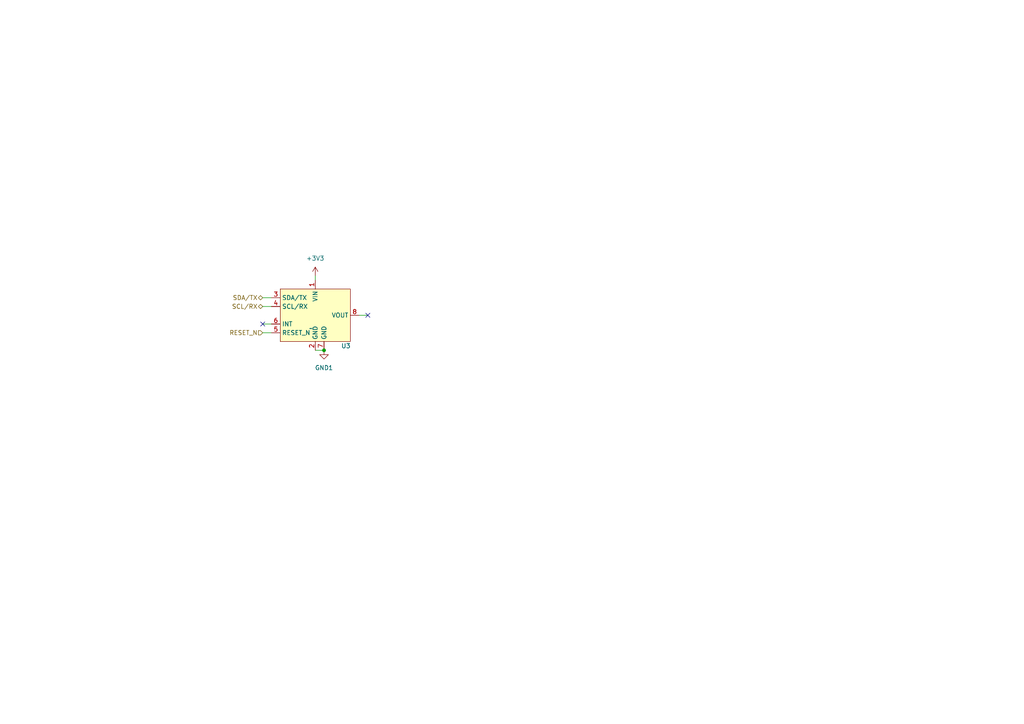
<source format=kicad_sch>
(kicad_sch (version 20230121) (generator eeschema)
  (paper "A4")
  (lib_symbols
    (symbol "balloon_lib:BNO055"
      (property "Reference" "U" (at 6.35 -8.89 0))
      (symbol "BNO055_1_1"
        (rectangle (start -8.89 7.62) (end 11.43 -7.62) (fill (type background)))
        (pin power_in line (at 1.27 10.16 270) (length 2.54) (name "VIN") (number "1"))
        (pin passive line (at 1.27 -10.16 90) (length 2.54) (name "GND") (number "2"))
        (pin bidirectional line (at -11.43 5.08 0) (length 2.54) (name "SDA/TX") (number "3"))
        (pin bidirectional line (at -11.43 2.54 0) (length 2.54) (name "SCL/RX") (number "4"))
        (pin passive line (at -11.43 -5.08 0) (length 2.54) (name "RESET_N") (number "5"))
        (pin output line (at -11.43 -2.54 0) (length 2.54) (name "INT") (number "6"))
        (pin passive line (at 3.81 -10.16 90) (length 2.54) (name "GND") (number "7"))
        (pin power_out line (at 13.97 0 180) (length 2.54) (name "VOUT") (number "8"))
      )
    )
    (symbol "power:+3V3" (power) (pin_names (offset 0))
      (property "Value" "+3V3" (at 0 3.556 0))
      (symbol "+3V3_0_1"
        (polyline (pts (xy -0.762 1.27) (xy 0 2.54)))
        (polyline (pts (xy 0 0) (xy 0 2.54)))
        (polyline (pts (xy 0 2.54) (xy 0.762 1.27)))
      )
      (symbol "+3V3_1_1"
        (pin power_in line (at 0 0 90) (length 0) hide (name "+3V3") (number "1"))
      )
    )
    (symbol "power:GND1" (power) (pin_names (offset 0))
      (property "Value" "GND1" (at 0 -3.81 0))
      (symbol "GND1_0_1"
        (polyline (pts (xy 0 0) (xy 0 -1.27) (xy 1.27 -1.27) (xy 0 -2.54) (xy -1.27 -1.27) (xy 0 -1.27)))
      )
      (symbol "GND1_1_1"
        (pin power_in line (at 0 0 270) (length 0) hide (name "GND1") (number "1"))
      )
    )
  )
  (junction (at 93.98 101.6))
  (no_connect (at 76.2 93.98))
  (no_connect (at 106.68 91.44))
  (wire (pts (xy 76.2 96.52) (xy 78.74 96.52)))
  (wire (pts (xy 106.68 91.44) (xy 104.14 91.44)))
  (wire (pts (xy 76.2 88.9) (xy 78.74 88.9)))
  (wire (pts (xy 76.2 93.98) (xy 78.74 93.98)))
  (wire (pts (xy 76.2 86.36) (xy 78.74 86.36)))
  (wire (pts (xy 91.44 101.6) (xy 93.98 101.6)))
  (wire (pts (xy 91.44 80.01) (xy 91.44 81.28)))
  (hierarchical_label "SCL{slash}RX" (shape bidirectional) (at 76.2 88.9 180))
  (hierarchical_label "SDA{slash}TX" (shape bidirectional) (at 76.2 86.36 180))
  (hierarchical_label "RESET_N" (shape input) (at 76.2 96.52 180))
  (symbol (lib_id "balloon_lib:BNO055") (at 90.17 91.44 0) (unit 1)
    (property "Reference" "U3" (at 100.33 100.33 0))
    (property "Value" "~" (at 90.17 95.25 0))
  )
  (symbol (lib_id "power:GND1") (at 93.98 101.6 0) (unit 1)
    (property "Reference" "#PWR010" (effects hide))
    (property "Value" "GND1" (at 93.98 106.68 0))
  )
  (symbol (lib_id "power:+3V3") (at 91.44 80.01 0) (unit 1)
    (property "Reference" "#PWR011" (effects hide))
    (property "Value" "+3V3" (at 91.44 74.93 0))
  )
)
</source>
